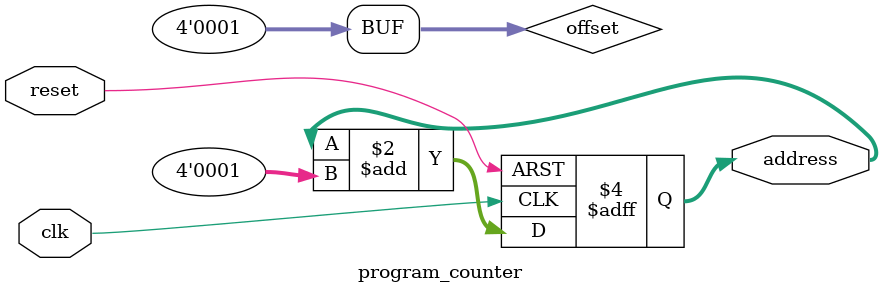
<source format=v>







// output: address      | represents the sum of offset and the address value stored in the register
// inputs: 
//         clk          | the clock signal of the entire system
//         reset        | address is reset to 0 when reset==1

`timescale 1ns / 1ns

module program_counter (address, clk, reset);
output reg [3:0] address;
input wire clk, reset;
reg [3:0] offset; 


parameter tpd_reset_to_count = 0; // delay parameters are assumed to be zero until a design constraint is given
parameter tpd_clk_to_count   = 0; // delay parameters are assumed to be zero until a design constraint is given

/***************************************
function [31:0] increment;
input change;
//reg [15:0] offset;
  begin
    increment = address + change;
  end       
endfunction
***************************************/
initial // set initial address
  begin
    address = 4'b0000;
	offset = 4'b0001;
  end // end initial

always @ (posedge clk or posedge reset)
  if (reset)
     address = #tpd_reset_to_count 4'b0000;
  else
     address <= #tpd_clk_to_count address + offset;

endmodule
</source>
